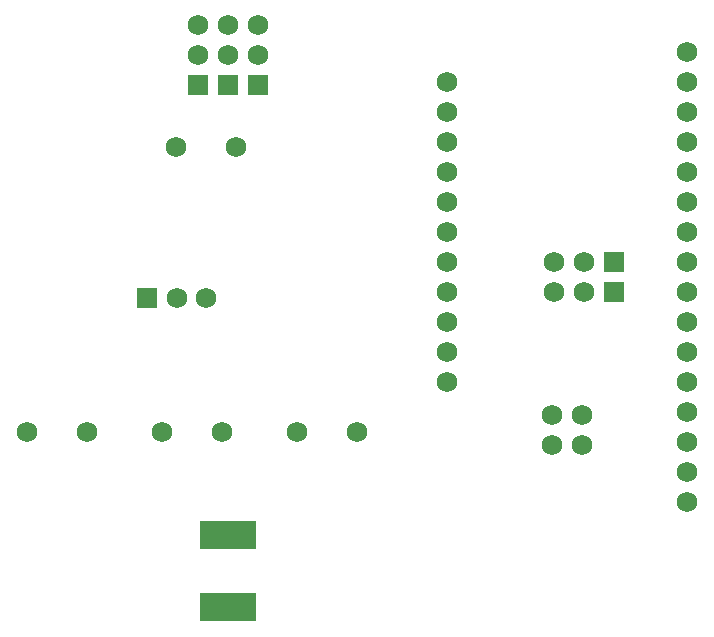
<source format=gbs>
G04*
G04 #@! TF.GenerationSoftware,Altium Limited,Altium Designer,18.0.12 (696)*
G04*
G04 Layer_Color=16711935*
%FSLAX24Y24*%
%MOIN*%
G70*
G01*
G75*
%ADD11C,0.0680*%
%ADD12R,0.0680X0.0680*%
%ADD13R,0.1880X0.0980*%
D11*
X45500Y30500D02*
D03*
Y29500D02*
D03*
X44500Y30500D02*
D03*
Y29500D02*
D03*
X45550Y34600D02*
D03*
Y35600D02*
D03*
X44550Y34600D02*
D03*
Y35600D02*
D03*
X33950Y39450D02*
D03*
X31950D02*
D03*
X32950Y34400D02*
D03*
X32000D02*
D03*
X32700Y43500D02*
D03*
X33700D02*
D03*
X34700D02*
D03*
Y42500D02*
D03*
X33700D02*
D03*
X32700D02*
D03*
X38000Y29950D02*
D03*
X36000D02*
D03*
X33500D02*
D03*
X31500D02*
D03*
X29000D02*
D03*
X27000D02*
D03*
X41000Y31600D02*
D03*
Y32600D02*
D03*
Y33600D02*
D03*
Y34600D02*
D03*
Y35600D02*
D03*
Y36600D02*
D03*
Y37600D02*
D03*
Y38600D02*
D03*
Y39600D02*
D03*
Y40600D02*
D03*
Y41600D02*
D03*
X49000Y42600D02*
D03*
Y41600D02*
D03*
Y40600D02*
D03*
Y39600D02*
D03*
Y38600D02*
D03*
Y37600D02*
D03*
Y36600D02*
D03*
Y35600D02*
D03*
Y34600D02*
D03*
Y33600D02*
D03*
Y32600D02*
D03*
Y31600D02*
D03*
Y30600D02*
D03*
Y29600D02*
D03*
Y28600D02*
D03*
Y27600D02*
D03*
D12*
X46550Y34600D02*
D03*
Y35600D02*
D03*
X31000Y34400D02*
D03*
X34700Y41500D02*
D03*
X33700D02*
D03*
X32700D02*
D03*
D13*
X33700Y26500D02*
D03*
Y24100D02*
D03*
M02*

</source>
